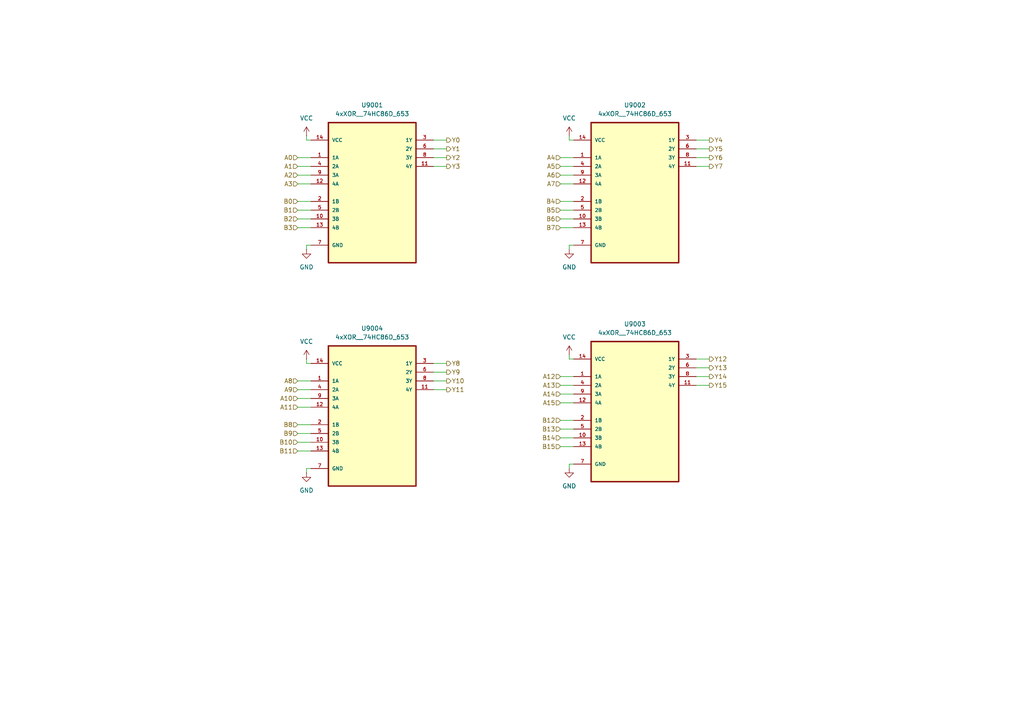
<source format=kicad_sch>
(kicad_sch (version 20250114) (generator "eeschema") (generator_version "9.0")
  (paper "A4")
  (title_block (company "AGH Logic Unit") (comment 1 "mALUch project"))
  (lib_symbols
    (symbol "mALUch_lib:4xXOR__74HC86D_653" (pin_names (offset 1.016))
      (property "Reference" "U" (at -5.5665 20.5884 0))
      (property "Value" "4xXOR__74HC86D_653" (at -4.4829 -28.018 0))
      (symbol "4xXOR__74HC86D_653_0_0"
        (rectangle (start -12.7 -22.86) (end 12.7 17.78) (stroke (width 0.4064)) (fill (type background)))
        (pin power_in line (at -17.78 12.7 0) (length 5.08) (name "VCC") (number "14"))
        (pin input line (at -17.78 7.62 0) (length 5.08) (name "1A") (number "1"))
        (pin input line (at -17.78 5.08 0) (length 5.08) (name "2A") (number "4"))
        (pin input line (at -17.78 2.54 0) (length 5.08) (name "3A") (number "9"))
        (pin input line (at -17.78 0 0) (length 5.08) (name "4A") (number "12"))
        (pin input line (at -17.78 -5.08 0) (length 5.08) (name "1B") (number "2"))
        (pin input line (at -17.78 -7.62 0) (length 5.08) (name "2B") (number "5"))
        (pin input line (at -17.78 -10.16 0) (length 5.08) (name "3B") (number "10"))
        (pin input line (at -17.78 -12.7 0) (length 5.08) (name "4B") (number "13"))
        (pin passive line (at -17.78 -17.78 0) (length 5.08) (name "GND") (number "7"))
        (pin output line (at 17.78 12.7 180) (length 5.08) (name "1Y") (number "3"))
        (pin output line (at 17.78 10.16 180) (length 5.08) (name "2Y") (number "6"))
        (pin output line (at 17.78 7.62 180) (length 5.08) (name "3Y") (number "8"))
        (pin output line (at 17.78 5.08 180) (length 5.08) (name "4Y") (number "11"))
      )
    )
    (symbol "power:GND" (power) (pin_numbers (hide yes)) (pin_names (offset 0) (hide yes))
      (property "Value" "GND" (at 0 -3.81 0))
      (symbol "GND_0_1"
        (polyline (pts (xy 0 0) (xy 0 -1.27) (xy 1.27 -1.27) (xy 0 -2.54) (xy -1.27 -1.27) (xy 0 -1.27)))
      )
      (symbol "GND_1_1"
        (pin power_in line (at 0 0 270) (length 0) (name "~") (number "1"))
      )
    )
    (symbol "power:VCC" (power) (pin_numbers (hide yes)) (pin_names (offset 0) (hide yes))
      (property "Value" "VCC" (at 0 3.556 0))
      (symbol "VCC_0_1"
        (polyline (pts (xy -0.762 1.27) (xy 0 2.54)))
        (polyline (pts (xy 0 2.54) (xy 0.762 1.27)))
        (polyline (pts (xy 0 0) (xy 0 2.54)))
      )
      (symbol "VCC_1_1"
        (pin power_in line (at 0 0 90) (length 0) (name "~") (number "1"))
      )
    )
  )
  (wire (pts (xy 86.36 115.57) (xy 90.17 115.57)))
  (wire (pts (xy 125.73 48.26) (xy 129.54 48.26)))
  (wire (pts (xy 88.9 137.16) (xy 88.9 135.89)))
  (wire (pts (xy 201.93 45.72) (xy 205.74 45.72)))
  (wire (pts (xy 86.36 128.27) (xy 90.17 128.27)))
  (wire (pts (xy 162.56 58.42) (xy 166.37 58.42)))
  (wire (pts (xy 201.93 43.18) (xy 205.74 43.18)))
  (wire (pts (xy 162.56 129.54) (xy 166.37 129.54)))
  (wire (pts (xy 125.73 45.72) (xy 129.54 45.72)))
  (wire (pts (xy 88.9 40.64) (xy 90.17 40.64)))
  (wire (pts (xy 162.56 121.92) (xy 166.37 121.92)))
  (wire (pts (xy 86.36 60.96) (xy 90.17 60.96)))
  (wire (pts (xy 86.36 130.81) (xy 90.17 130.81)))
  (wire (pts (xy 201.93 111.76) (xy 205.74 111.76)))
  (wire (pts (xy 201.93 106.68) (xy 205.74 106.68)))
  (wire (pts (xy 162.56 111.76) (xy 166.37 111.76)))
  (wire (pts (xy 201.93 48.26) (xy 205.74 48.26)))
  (wire (pts (xy 165.1 40.64) (xy 166.37 40.64)))
  (wire (pts (xy 165.1 39.37) (xy 165.1 40.64)))
  (wire (pts (xy 201.93 109.22) (xy 205.74 109.22)))
  (wire (pts (xy 201.93 40.64) (xy 205.74 40.64)))
  (wire (pts (xy 86.36 118.11) (xy 90.17 118.11)))
  (wire (pts (xy 162.56 50.8) (xy 166.37 50.8)))
  (wire (pts (xy 86.36 125.73) (xy 90.17 125.73)))
  (wire (pts (xy 88.9 105.41) (xy 90.17 105.41)))
  (wire (pts (xy 86.36 50.8) (xy 90.17 50.8)))
  (wire (pts (xy 162.56 63.5) (xy 166.37 63.5)))
  (wire (pts (xy 88.9 71.12) (xy 90.17 71.12)))
  (wire (pts (xy 162.56 127) (xy 166.37 127)))
  (wire (pts (xy 162.56 114.3) (xy 166.37 114.3)))
  (wire (pts (xy 88.9 72.39) (xy 88.9 71.12)))
  (wire (pts (xy 125.73 105.41) (xy 129.54 105.41)))
  (wire (pts (xy 162.56 45.72) (xy 166.37 45.72)))
  (wire (pts (xy 125.73 40.64) (xy 129.54 40.64)))
  (wire (pts (xy 86.36 113.03) (xy 90.17 113.03)))
  (wire (pts (xy 86.36 45.72) (xy 90.17 45.72)))
  (wire (pts (xy 86.36 53.34) (xy 90.17 53.34)))
  (wire (pts (xy 162.56 53.34) (xy 166.37 53.34)))
  (wire (pts (xy 88.9 104.14) (xy 88.9 105.41)))
  (wire (pts (xy 86.36 63.5) (xy 90.17 63.5)))
  (wire (pts (xy 86.36 123.19) (xy 90.17 123.19)))
  (wire (pts (xy 88.9 135.89) (xy 90.17 135.89)))
  (wire (pts (xy 125.73 107.95) (xy 129.54 107.95)))
  (wire (pts (xy 162.56 48.26) (xy 166.37 48.26)))
  (wire (pts (xy 165.1 134.62) (xy 166.37 134.62)))
  (wire (pts (xy 88.9 39.37) (xy 88.9 40.64)))
  (wire (pts (xy 162.56 116.84) (xy 166.37 116.84)))
  (wire (pts (xy 125.73 110.49) (xy 129.54 110.49)))
  (wire (pts (xy 125.73 43.18) (xy 129.54 43.18)))
  (wire (pts (xy 162.56 124.46) (xy 166.37 124.46)))
  (wire (pts (xy 201.93 104.14) (xy 205.74 104.14)))
  (wire (pts (xy 162.56 66.04) (xy 166.37 66.04)))
  (wire (pts (xy 165.1 135.89) (xy 165.1 134.62)))
  (wire (pts (xy 86.36 66.04) (xy 90.17 66.04)))
  (wire (pts (xy 165.1 102.87) (xy 165.1 104.14)))
  (wire (pts (xy 162.56 109.22) (xy 166.37 109.22)))
  (wire (pts (xy 165.1 104.14) (xy 166.37 104.14)))
  (wire (pts (xy 86.36 48.26) (xy 90.17 48.26)))
  (wire (pts (xy 165.1 72.39) (xy 165.1 71.12)))
  (wire (pts (xy 125.73 113.03) (xy 129.54 113.03)))
  (wire (pts (xy 86.36 58.42) (xy 90.17 58.42)))
  (wire (pts (xy 162.56 60.96) (xy 166.37 60.96)))
  (wire (pts (xy 165.1 71.12) (xy 166.37 71.12)))
  (wire (pts (xy 86.36 110.49) (xy 90.17 110.49)))
  (hierarchical_label "Y11" (shape output) (at 129.54 113.03 0))
  (hierarchical_label "Y5" (shape output) (at 205.74 43.18 0))
  (hierarchical_label "B12" (shape input) (at 162.56 121.92 180))
  (hierarchical_label "A10" (shape input) (at 86.36 115.57 180))
  (hierarchical_label "A12" (shape input) (at 162.56 109.22 180))
  (hierarchical_label "Y10" (shape output) (at 129.54 110.49 0))
  (hierarchical_label "Y8" (shape output) (at 129.54 105.41 0))
  (hierarchical_label "A6" (shape input) (at 162.56 50.8 180))
  (hierarchical_label "Y1" (shape output) (at 129.54 43.18 0))
  (hierarchical_label "B9" (shape input) (at 86.36 125.73 180))
  (hierarchical_label "A5" (shape input) (at 162.56 48.26 180))
  (hierarchical_label "B8" (shape input) (at 86.36 123.19 180))
  (hierarchical_label "B11" (shape input) (at 86.36 130.81 180))
  (hierarchical_label "Y15" (shape output) (at 205.74 111.76 0))
  (hierarchical_label "B10" (shape input) (at 86.36 128.27 180))
  (hierarchical_label "A8" (shape input) (at 86.36 110.49 180))
  (hierarchical_label "B7" (shape input) (at 162.56 66.04 180))
  (hierarchical_label "A15" (shape input) (at 162.56 116.84 180))
  (hierarchical_label "B4" (shape input) (at 162.56 58.42 180))
  (hierarchical_label "B13" (shape input) (at 162.56 124.46 180))
  (hierarchical_label "Y0" (shape output) (at 129.54 40.64 0))
  (hierarchical_label "Y4" (shape output) (at 205.74 40.64 0))
  (hierarchical_label "A7" (shape input) (at 162.56 53.34 180))
  (hierarchical_label "B6" (shape input) (at 162.56 63.5 180))
  (hierarchical_label "B0" (shape input) (at 86.36 58.42 180))
  (hierarchical_label "Y3" (shape output) (at 129.54 48.26 0))
  (hierarchical_label "B5" (shape input) (at 162.56 60.96 180))
  (hierarchical_label "A3" (shape input) (at 86.36 53.34 180))
  (hierarchical_label "Y6" (shape output) (at 205.74 45.72 0))
  (hierarchical_label "Y13" (shape output) (at 205.74 106.68 0))
  (hierarchical_label "A9" (shape input) (at 86.36 113.03 180))
  (hierarchical_label "Y7" (shape output) (at 205.74 48.26 0))
  (hierarchical_label "A2" (shape input) (at 86.36 50.8 180))
  (hierarchical_label "Y9" (shape output) (at 129.54 107.95 0))
  (hierarchical_label "B15" (shape input) (at 162.56 129.54 180))
  (hierarchical_label "A0" (shape input) (at 86.36 45.72 180))
  (hierarchical_label "Y2" (shape output) (at 129.54 45.72 0))
  (hierarchical_label "A11" (shape input) (at 86.36 118.11 180))
  (hierarchical_label "A14" (shape input) (at 162.56 114.3 180))
  (hierarchical_label "Y14" (shape output) (at 205.74 109.22 0))
  (hierarchical_label "A13" (shape input) (at 162.56 111.76 180))
  (hierarchical_label "B2" (shape input) (at 86.36 63.5 180))
  (hierarchical_label "B1" (shape input) (at 86.36 60.96 180))
  (hierarchical_label "A1" (shape input) (at 86.36 48.26 180))
  (hierarchical_label "B14" (shape input) (at 162.56 127 180))
  (hierarchical_label "A4" (shape input) (at 162.56 45.72 180))
  (hierarchical_label "B3" (shape input) (at 86.36 66.04 180))
  (hierarchical_label "Y12" (shape output) (at 205.74 104.14 0))
  (symbol (lib_id "mALUch_lib:4xXOR__74HC86D_653") (at 107.95 53.34 0) (unit 1)
    (property "Reference" "U9001" (at 107.95 30.48 0))
    (property "Value" "4xXOR__74HC86D_653" (at 107.95 33.02 0))
    (property "Footprint" "mALUch_lib:SOIC127P600X175-14N" (effects (hide yes)))
    (property "MF" "Nexperia USA" (effects (hide yes)))
    (property "Description_1" "XOR (Exclusive OR) IC 4 Channel - 14-SO" (effects (hide yes)))
    (property "PACKAGE" "SOIC-14" (effects (hide yes)))
    (property "MPN" "74HC86D,653" (effects (hide yes)))
    (property "Price" "None" (effects (hide yes)))
    (property "Package" "SO14-14 Nexperia USA Inc." (effects (hide yes)))
    (property "OC_FARNELL" "1085331" (effects (hide yes)))
    (property "SnapEDA_Link" "https://www.snapeda.com/parts/74HC86D,653/Nexperia/view-part/?ref=snap" (effects (hide yes)))
    (property "MP" "74HC86D,653" (effects (hide yes)))
    (property "SUPPLIER" "NXP" (effects (hide yes)))
    (property "OC_NEWARK" "99K0602" (effects (hide yes)))
    (property "Availability" "In Stock" (effects (hide yes)))
    (property "Check_prices" "https://www.snapeda.com/parts/74HC86D,653/Nexperia/view-part/?ref=eda" (effects (hide yes)))
  )
  (symbol (lib_id "power:VCC") (at 88.9 39.37 0) (unit 1)
    (property "Reference" "#PWR09001" (effects (hide yes)))
    (property "Value" "VCC" (at 88.9 34.29 0))
    (property "Description" "Power symbol creates a global label with name \"VCC\"" (effects (hide yes)))
  )
  (symbol (lib_id "power:VCC") (at 88.9 104.14 0) (unit 1)
    (property "Reference" "#PWR09006" (effects (hide yes)))
    (property "Value" "VCC" (at 88.9 99.06 0))
    (property "Description" "Power symbol creates a global label with name \"VCC\"" (effects (hide yes)))
  )
  (symbol (lib_id "power:VCC") (at 165.1 102.87 0) (unit 1)
    (property "Reference" "#PWR09005" (effects (hide yes)))
    (property "Value" "VCC" (at 165.1 97.79 0))
    (property "Description" "Power symbol creates a global label with name \"VCC\"" (effects (hide yes)))
  )
  (symbol (lib_id "mALUch_lib:4xXOR__74HC86D_653") (at 184.15 53.34 0) (unit 1)
    (property "Reference" "U9002" (at 184.15 30.48 0))
    (property "Value" "4xXOR__74HC86D_653" (at 184.15 33.02 0))
    (property "Footprint" "mALUch_lib:SOIC127P600X175-14N" (effects (hide yes)))
    (property "MF" "Nexperia USA" (effects (hide yes)))
    (property "Description_1" "XOR (Exclusive OR) IC 4 Channel - 14-SO" (effects (hide yes)))
    (property "PACKAGE" "SOIC-14" (effects (hide yes)))
    (property "MPN" "74HC86D,653" (effects (hide yes)))
    (property "Price" "None" (effects (hide yes)))
    (property "Package" "SO14-14 Nexperia USA Inc." (effects (hide yes)))
    (property "OC_FARNELL" "1085331" (effects (hide yes)))
    (property "SnapEDA_Link" "https://www.snapeda.com/parts/74HC86D,653/Nexperia/view-part/?ref=snap" (effects (hide yes)))
    (property "MP" "74HC86D,653" (effects (hide yes)))
    (property "SUPPLIER" "NXP" (effects (hide yes)))
    (property "OC_NEWARK" "99K0602" (effects (hide yes)))
    (property "Availability" "In Stock" (effects (hide yes)))
    (property "Check_prices" "https://www.snapeda.com/parts/74HC86D,653/Nexperia/view-part/?ref=eda" (effects (hide yes)))
  )
  (symbol (lib_id "power:GND") (at 165.1 135.89 0) (unit 1)
    (property "Reference" "#PWR09007" (effects (hide yes)))
    (property "Value" "GND" (at 165.1 140.97 0))
    (property "Description" "Power symbol creates a global label with name \"GND\" , ground" (effects (hide yes)))
  )
  (symbol (lib_id "mALUch_lib:4xXOR__74HC86D_653") (at 184.15 116.84 0) (unit 1)
    (property "Reference" "U9003" (at 184.15 93.98 0))
    (property "Value" "4xXOR__74HC86D_653" (at 184.15 96.52 0))
    (property "Footprint" "mALUch_lib:SOIC127P600X175-14N" (effects (hide yes)))
    (property "MF" "Nexperia USA" (effects (hide yes)))
    (property "Description_1" "XOR (Exclusive OR) IC 4 Channel - 14-SO" (effects (hide yes)))
    (property "PACKAGE" "SOIC-14" (effects (hide yes)))
    (property "MPN" "74HC86D,653" (effects (hide yes)))
    (property "Price" "None" (effects (hide yes)))
    (property "Package" "SO14-14 Nexperia USA Inc." (effects (hide yes)))
    (property "OC_FARNELL" "1085331" (effects (hide yes)))
    (property "SnapEDA_Link" "https://www.snapeda.com/parts/74HC86D,653/Nexperia/view-part/?ref=snap" (effects (hide yes)))
    (property "MP" "74HC86D,653" (effects (hide yes)))
    (property "SUPPLIER" "NXP" (effects (hide yes)))
    (property "OC_NEWARK" "99K0602" (effects (hide yes)))
    (property "Availability" "In Stock" (effects (hide yes)))
    (property "Check_prices" "https://www.snapeda.com/parts/74HC86D,653/Nexperia/view-part/?ref=eda" (effects (hide yes)))
  )
  (symbol (lib_id "power:GND") (at 165.1 72.39 0) (unit 1)
    (property "Reference" "#PWR09004" (effects (hide yes)))
    (property "Value" "GND" (at 165.1 77.47 0))
    (property "Description" "Power symbol creates a global label with name \"GND\" , ground" (effects (hide yes)))
  )
  (symbol (lib_id "power:VCC") (at 165.1 39.37 0) (unit 1)
    (property "Reference" "#PWR09002" (effects (hide yes)))
    (property "Value" "VCC" (at 165.1 34.29 0))
    (property "Description" "Power symbol creates a global label with name \"VCC\"" (effects (hide yes)))
  )
  (symbol (lib_id "power:GND") (at 88.9 72.39 0) (unit 1)
    (property "Reference" "#PWR09003" (effects (hide yes)))
    (property "Value" "GND" (at 88.9 77.47 0))
    (property "Description" "Power symbol creates a global label with name \"GND\" , ground" (effects (hide yes)))
  )
  (symbol (lib_id "mALUch_lib:4xXOR__74HC86D_653") (at 107.95 118.11 0) (unit 1)
    (property "Reference" "U9004" (at 107.95 95.25 0))
    (property "Value" "4xXOR__74HC86D_653" (at 107.95 97.79 0))
    (property "Footprint" "mALUch_lib:SOIC127P600X175-14N" (effects (hide yes)))
    (property "MF" "Nexperia USA" (effects (hide yes)))
    (property "Description_1" "XOR (Exclusive OR) IC 4 Channel - 14-SO" (effects (hide yes)))
    (property "PACKAGE" "SOIC-14" (effects (hide yes)))
    (property "MPN" "74HC86D,653" (effects (hide yes)))
    (property "Price" "None" (effects (hide yes)))
    (property "Package" "SO14-14 Nexperia USA Inc." (effects (hide yes)))
    (property "OC_FARNELL" "1085331" (effects (hide yes)))
    (property "SnapEDA_Link" "https://www.snapeda.com/parts/74HC86D,653/Nexperia/view-part/?ref=snap" (effects (hide yes)))
    (property "MP" "74HC86D,653" (effects (hide yes)))
    (property "SUPPLIER" "NXP" (effects (hide yes)))
    (property "OC_NEWARK" "99K0602" (effects (hide yes)))
    (property "Availability" "In Stock" (effects (hide yes)))
    (property "Check_prices" "https://www.snapeda.com/parts/74HC86D,653/Nexperia/view-part/?ref=eda" (effects (hide yes)))
  )
  (symbol (lib_id "power:GND") (at 88.9 137.16 0) (unit 1)
    (property "Reference" "#PWR09008" (effects (hide yes)))
    (property "Value" "GND" (at 88.9 142.24 0))
    (property "Description" "Power symbol creates a global label with name \"GND\" , ground" (effects (hide yes)))
  )
)
</source>
